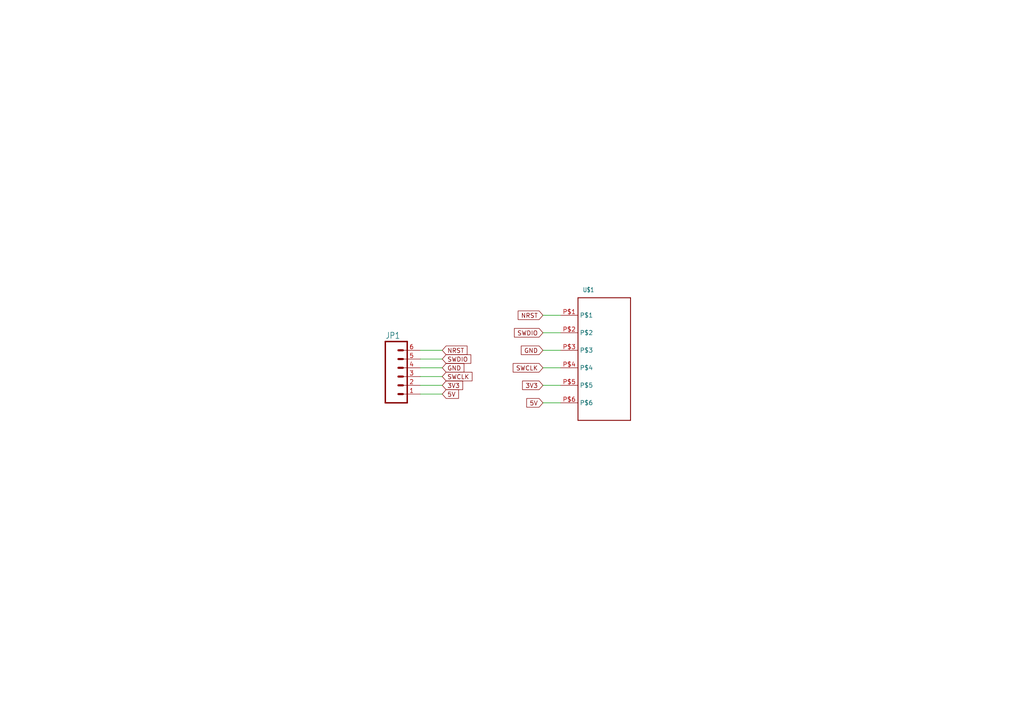
<source format=kicad_sch>
(kicad_sch (version 20231120) (generator "eeschema") (generator_version "8.0")
  (paper "A4")
  (lib_symbols
    (symbol "Connector-eagle-import:HFW6R-2STE1LF"
      (symbol "HFW6R-2STE1LF_1_0"
        (polyline (pts (xy -7.62 -17.78) (xy 7.62 -17.78)) (stroke (width 0.254)))
        (polyline (pts (xy -7.62 17.78) (xy -7.62 -17.78)) (stroke (width 0.254)))
        (polyline (pts (xy 7.62 -17.78) (xy 7.62 17.78)) (stroke (width 0.254)))
        (polyline (pts (xy 7.62 17.78) (xy -7.62 17.78)) (stroke (width 0.254)))
        (pin bidirectional line (at -12.7 12.7 0) (length 5.08) (name "P$1") (number "P$1"))
        (pin bidirectional line (at -12.7 7.62 0) (length 5.08) (name "P$2") (number "P$2"))
        (pin bidirectional line (at -12.7 2.54 0) (length 5.08) (name "P$3") (number "P$3"))
        (pin bidirectional line (at -12.7 -2.54 0) (length 5.08) (name "P$4") (number "P$4"))
        (pin bidirectional line (at -12.7 -7.62 0) (length 5.08) (name "P$5") (number "P$5"))
        (pin bidirectional line (at -12.7 -12.7 0) (length 5.08) (name "P$6") (number "P$6"))
      )
    )
    (symbol "Connector-eagle-import:M06SMD-FEMALE-V2"
      (property "Reference" "JP" (at -5.08 10.922 0))
      (symbol "M06SMD-FEMALE-V2_1_0"
        (polyline (pts (xy -5.08 10.16) (xy -5.08 -7.62)) (stroke (width 0.4064)))
        (polyline (pts (xy -5.08 10.16) (xy 1.27 10.16)) (stroke (width 0.4064)))
        (polyline (pts (xy -1.27 -5.08) (xy 0 -5.08)) (stroke (width 0.6096)))
        (polyline (pts (xy -1.27 -2.54) (xy 0 -2.54)) (stroke (width 0.6096)))
        (polyline (pts (xy -1.27 0) (xy 0 0)) (stroke (width 0.6096)))
        (polyline (pts (xy -1.27 2.54) (xy 0 2.54)) (stroke (width 0.6096)))
        (polyline (pts (xy -1.27 5.08) (xy 0 5.08)) (stroke (width 0.6096)))
        (polyline (pts (xy -1.27 7.62) (xy 0 7.62)) (stroke (width 0.6096)))
        (polyline (pts (xy 1.27 -7.62) (xy -5.08 -7.62)) (stroke (width 0.4064)))
        (polyline (pts (xy 1.27 -7.62) (xy 1.27 10.16)) (stroke (width 0.4064)))
        (pin passive line (at 5.08 -5.08 180) (length 5.08) (name "1") (number "1"))
        (pin passive line (at 5.08 -2.54 180) (length 5.08) (name "2") (number "2"))
        (pin passive line (at 5.08 0 180) (length 5.08) (name "3") (number "3"))
        (pin passive line (at 5.08 2.54 180) (length 5.08) (name "4") (number "4"))
        (pin passive line (at 5.08 5.08 180) (length 5.08) (name "5") (number "5"))
        (pin passive line (at 5.08 7.62 180) (length 5.08) (name "6") (number "6"))
      )
    )
  )
  (wire (pts (xy 121.92 101.6) (xy 128.27 101.6)))
  (wire (pts (xy 121.92 114.3) (xy 128.27 114.3)))
  (wire (pts (xy 157.48 111.76) (xy 162.56 111.76)) (stroke (width 0.1524)))
  (wire (pts (xy 157.48 106.68) (xy 162.56 106.68)) (stroke (width 0.1524)))
  (wire (pts (xy 157.48 96.52) (xy 162.56 96.52)) (stroke (width 0.1524)))
  (wire (pts (xy 121.92 111.76) (xy 128.27 111.76)))
  (wire (pts (xy 121.92 104.14) (xy 128.27 104.14)))
  (wire (pts (xy 157.48 101.6) (xy 162.56 101.6)) (stroke (width 0.1524)))
  (wire (pts (xy 121.92 106.68) (xy 128.27 106.68)))
  (wire (pts (xy 157.48 116.84) (xy 162.56 116.84)) (stroke (width 0.1524)))
  (wire (pts (xy 121.92 109.22) (xy 128.27 109.22)))
  (wire (pts (xy 157.48 91.44) (xy 162.56 91.44)) (stroke (width 0.1524)))
  (global_label "NRST" (shape input) (at 157.48 91.44 180) (property "Intersheetrefs" "${INTERSHEET_REFS}" (effects (hide yes))))
  (global_label "3V3" (shape input) (at 157.48 111.76 180) (property "Intersheetrefs" "${INTERSHEET_REFS}" (effects (hide yes))))
  (global_label "SWDIO" (shape input) (at 128.27 104.14 0) (property "Intersheetrefs" "${INTERSHEET_REFS}" (effects (hide yes))))
  (global_label "5V" (shape input) (at 128.27 114.3 0) (property "Intersheetrefs" "${INTERSHEET_REFS}" (effects (hide yes))))
  (global_label "GND" (shape input) (at 157.48 101.6 180) (property "Intersheetrefs" "${INTERSHEET_REFS}" (effects (hide yes))))
  (global_label "GND" (shape input) (at 128.27 106.68 0) (property "Intersheetrefs" "${INTERSHEET_REFS}" (effects (hide yes))))
  (global_label "3V3" (shape input) (at 128.27 111.76 0) (property "Intersheetrefs" "${INTERSHEET_REFS}" (effects (hide yes))))
  (global_label "SWCLK" (shape input) (at 128.27 109.22 0) (property "Intersheetrefs" "${INTERSHEET_REFS}" (effects (hide yes))))
  (global_label "5V" (shape input) (at 157.48 116.84 180) (property "Intersheetrefs" "${INTERSHEET_REFS}" (effects (hide yes))))
  (global_label "SWDIO" (shape input) (at 157.48 96.52 180) (property "Intersheetrefs" "${INTERSHEET_REFS}" (effects (hide yes))))
  (global_label "NRST" (shape input) (at 128.27 101.6 0) (property "Intersheetrefs" "${INTERSHEET_REFS}" (effects (hide yes))))
  (global_label "SWCLK" (shape input) (at 157.48 106.68 180) (property "Intersheetrefs" "${INTERSHEET_REFS}" (effects (hide yes))))
  (symbol (lib_id "Connector-eagle-import:HFW6R-2STE1LF") (at 175.26 104.14 0) (unit 1)
    (property "Reference" "U$1" (at 170.688 84.074 0) (effects (font (size 1.27 1.0795))))
    (property "Value" "HFW6R-2STE1LF" (effects (hide yes)))
    (property "Footprint" "Connector:HFW6R-2STE1LF" (effects (hide yes)))
  )
  (symbol (lib_id "Connector-eagle-import:M06SMD-FEMALE-V2") (at 116.84 109.22 0) (unit 1)
    (property "Reference" "JP1" (at 111.76 98.298 0) (effects (font (size 1.778 1.5113)) (justify left bottom)))
    (property "Value" "M06SMD-FEMALE-V2" (effects (hide yes)))
    (property "Footprint" "Connector:1X06-SMD-FEMALE-V2" (effects (hide yes)))
  )
)
</source>
